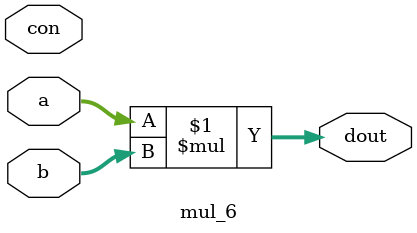
<source format=v>

module mul_6 (
	a, b, dout, con
);
	input [5:0] a, b; // unsigned
	output [11:0] dout; // unsigned
	input con;

	// -> Èµ 6 x 6 = 12 rbgæZ
	assign dout = a * b;

endmodule

</source>
